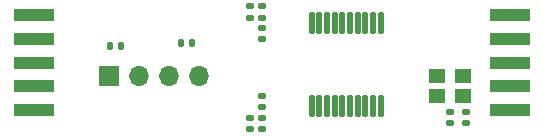
<source format=gbr>
%TF.GenerationSoftware,KiCad,Pcbnew,7.0.9*%
%TF.CreationDate,2024-06-23T02:13:20+02:00*%
%TF.ProjectId,board,626f6172-642e-46b6-9963-61645f706362,rev?*%
%TF.SameCoordinates,Original*%
%TF.FileFunction,Soldermask,Top*%
%TF.FilePolarity,Negative*%
%FSLAX46Y46*%
G04 Gerber Fmt 4.6, Leading zero omitted, Abs format (unit mm)*
G04 Created by KiCad (PCBNEW 7.0.9) date 2024-06-23 02:13:20*
%MOMM*%
%LPD*%
G01*
G04 APERTURE LIST*
G04 Aperture macros list*
%AMRoundRect*
0 Rectangle with rounded corners*
0 $1 Rounding radius*
0 $2 $3 $4 $5 $6 $7 $8 $9 X,Y pos of 4 corners*
0 Add a 4 corners polygon primitive as box body*
4,1,4,$2,$3,$4,$5,$6,$7,$8,$9,$2,$3,0*
0 Add four circle primitives for the rounded corners*
1,1,$1+$1,$2,$3*
1,1,$1+$1,$4,$5*
1,1,$1+$1,$6,$7*
1,1,$1+$1,$8,$9*
0 Add four rect primitives between the rounded corners*
20,1,$1+$1,$2,$3,$4,$5,0*
20,1,$1+$1,$4,$5,$6,$7,0*
20,1,$1+$1,$6,$7,$8,$9,0*
20,1,$1+$1,$8,$9,$2,$3,0*%
G04 Aperture macros list end*
%ADD10RoundRect,0.125000X0.125000X-0.825000X0.125000X0.825000X-0.125000X0.825000X-0.125000X-0.825000X0*%
%ADD11RoundRect,0.140000X-0.170000X0.140000X-0.170000X-0.140000X0.170000X-0.140000X0.170000X0.140000X0*%
%ADD12RoundRect,0.140000X0.170000X-0.140000X0.170000X0.140000X-0.170000X0.140000X-0.170000X-0.140000X0*%
%ADD13R,1.700000X1.700000*%
%ADD14O,1.700000X1.700000*%
%ADD15R,3.500000X1.000000*%
%ADD16RoundRect,0.140000X-0.140000X-0.170000X0.140000X-0.170000X0.140000X0.170000X-0.140000X0.170000X0*%
%ADD17R,1.400000X1.200000*%
G04 APERTURE END LIST*
D10*
%TO.C,U1*%
X165900000Y-100150000D03*
X166550000Y-100150000D03*
X167200000Y-100150000D03*
X167850000Y-100150000D03*
X168500000Y-100150000D03*
X169150000Y-100150000D03*
X169800000Y-100150000D03*
X170450000Y-100150000D03*
X171100000Y-100150000D03*
X171750000Y-100150000D03*
X171750000Y-93150000D03*
X171100000Y-93150000D03*
X170450000Y-93150000D03*
X169800000Y-93150000D03*
X169150000Y-93150000D03*
X168500000Y-93150000D03*
X167850000Y-93150000D03*
X167200000Y-93150000D03*
X166550000Y-93150000D03*
X165900000Y-93150000D03*
%TD*%
D11*
%TO.C,C7*%
X177600000Y-100690000D03*
X177600000Y-101650000D03*
%TD*%
D12*
%TO.C,C5*%
X161650000Y-92700000D03*
X161650000Y-91740000D03*
%TD*%
%TO.C,C4*%
X161650000Y-94530000D03*
X161650000Y-93570000D03*
%TD*%
D13*
%TO.C,J3*%
X148770000Y-97600000D03*
D14*
X151310000Y-97600000D03*
X153850000Y-97600000D03*
X156390000Y-97600000D03*
%TD*%
D12*
%TO.C,C6*%
X160700000Y-92700000D03*
X160700000Y-91740000D03*
%TD*%
%TO.C,C2*%
X160700000Y-102160000D03*
X160700000Y-101200000D03*
%TD*%
D15*
%TO.C,J1*%
X182650000Y-92500000D03*
X182650000Y-94500000D03*
X182650000Y-96500000D03*
X182650000Y-98500000D03*
X182650000Y-100500000D03*
%TD*%
%TO.C,J2*%
X142350000Y-92500000D03*
X142350000Y-94500000D03*
X142350000Y-96500000D03*
X142350000Y-98500000D03*
X142350000Y-100500000D03*
%TD*%
D11*
%TO.C,C3*%
X161650000Y-99340000D03*
X161650000Y-100300000D03*
%TD*%
D16*
%TO.C,C10*%
X148780000Y-95090000D03*
X149740000Y-95090000D03*
%TD*%
D11*
%TO.C,C8*%
X179000000Y-100690000D03*
X179000000Y-101650000D03*
%TD*%
D16*
%TO.C,C9*%
X154790000Y-94870000D03*
X155750000Y-94870000D03*
%TD*%
D17*
%TO.C,Y1*%
X178700000Y-97650000D03*
X176500000Y-97650000D03*
X176500000Y-99350000D03*
X178700000Y-99350000D03*
%TD*%
D12*
%TO.C,C1*%
X161650000Y-102160000D03*
X161650000Y-101200000D03*
%TD*%
M02*

</source>
